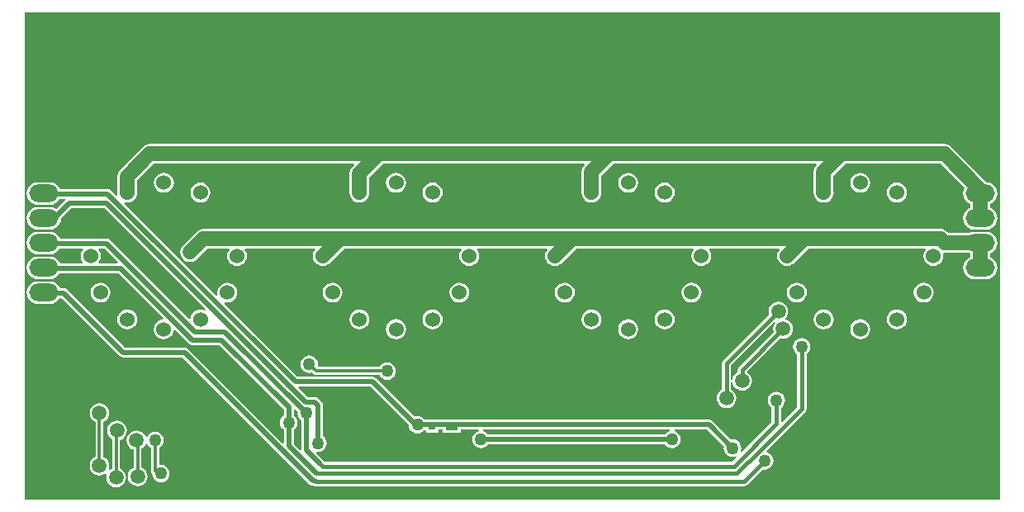
<source format=gtl>
G04*
G04 #@! TF.GenerationSoftware,Altium Limited,Altium Designer,18.0.9 (584)*
G04*
G04 Layer_Physical_Order=1*
G04 Layer_Color=255*
%FSLAX25Y25*%
%MOIN*%
G70*
G01*
G75*
%ADD18R,0.03150X0.03150*%
%ADD19R,0.05118X0.03543*%
%ADD20C,0.05906*%
%ADD21C,0.01968*%
%ADD22C,0.01772*%
%ADD23C,0.01181*%
%ADD24C,0.01575*%
%ADD25C,0.17717*%
%ADD26C,0.06000*%
%ADD27O,0.11811X0.07087*%
%ADD28C,0.05000*%
%ADD29C,0.05906*%
G36*
X393701Y0D02*
X0D01*
Y196850D01*
X393701D01*
Y0D01*
D02*
G37*
%LPC*%
G36*
X371413Y143597D02*
X371413Y143597D01*
X236221D01*
X236221Y143597D01*
X236220Y143597D01*
X143154D01*
X143154Y143597D01*
X143154Y143597D01*
X50634D01*
X50634Y143597D01*
X49602Y143461D01*
X48640Y143063D01*
X47815Y142429D01*
X47815Y142429D01*
X38716Y133331D01*
X38083Y132505D01*
X37684Y131544D01*
X37549Y130512D01*
X37549Y130512D01*
Y124378D01*
X37501Y124016D01*
X37632Y123023D01*
X37592Y122983D01*
X37039Y122908D01*
X34974Y124974D01*
X34317Y125412D01*
X33543Y125566D01*
X14348D01*
X14205Y125913D01*
X13477Y126862D01*
X12528Y127591D01*
X11422Y128048D01*
X10236Y128205D01*
X5512D01*
X4326Y128048D01*
X3221Y127591D01*
X2272Y126862D01*
X1543Y125913D01*
X1085Y124808D01*
X929Y123622D01*
X1085Y122436D01*
X1543Y121331D01*
X2272Y120382D01*
X3221Y119653D01*
X4326Y119196D01*
X5512Y119040D01*
X10236D01*
X11422Y119196D01*
X12528Y119653D01*
X13477Y120382D01*
X14205Y121331D01*
X14283Y121520D01*
X16449D01*
X16584Y121020D01*
X12882Y117318D01*
X12528Y117591D01*
X11422Y118048D01*
X10236Y118204D01*
X5512D01*
X4326Y118048D01*
X3221Y117591D01*
X2272Y116862D01*
X1543Y115913D01*
X1085Y114808D01*
X929Y113622D01*
X1085Y112436D01*
X1543Y111331D01*
X2272Y110382D01*
X3221Y109653D01*
X4326Y109196D01*
X5512Y109040D01*
X10236D01*
X11422Y109196D01*
X12528Y109653D01*
X13477Y110382D01*
X14205Y111331D01*
X14663Y112436D01*
X14805Y113519D01*
X18948Y117662D01*
X32366D01*
X73212Y76815D01*
X72929Y76391D01*
X72107Y76732D01*
X71063Y76869D01*
X70019Y76732D01*
X69046Y76329D01*
X68210Y75687D01*
X67569Y74852D01*
X67166Y73879D01*
X67066Y73117D01*
X66538Y72938D01*
X34501Y104974D01*
X33845Y105412D01*
X33071Y105566D01*
X14348D01*
X14205Y105913D01*
X13477Y106862D01*
X12528Y107591D01*
X11422Y108048D01*
X10236Y108204D01*
X5512D01*
X4326Y108048D01*
X3221Y107591D01*
X2272Y106862D01*
X1543Y105913D01*
X1085Y104808D01*
X929Y103622D01*
X1085Y102436D01*
X1543Y101331D01*
X2272Y100382D01*
X3221Y99654D01*
X4326Y99196D01*
X5512Y99040D01*
X10236D01*
X11422Y99196D01*
X12528Y99654D01*
X13477Y100382D01*
X14205Y101331D01*
X14283Y101520D01*
X23474D01*
X23721Y101020D01*
X23278Y100443D01*
X22875Y99469D01*
X22737Y98425D01*
X22875Y97381D01*
X23278Y96408D01*
X23618Y95964D01*
X23372Y95464D01*
X14391D01*
X14205Y95913D01*
X13477Y96862D01*
X12528Y97591D01*
X11422Y98048D01*
X10236Y98204D01*
X5512D01*
X4326Y98048D01*
X3221Y97591D01*
X2272Y96862D01*
X1543Y95913D01*
X1085Y94808D01*
X929Y93622D01*
X1085Y92436D01*
X1543Y91331D01*
X2272Y90382D01*
X3221Y89653D01*
X4326Y89196D01*
X5512Y89039D01*
X10236D01*
X11422Y89196D01*
X12528Y89653D01*
X13477Y90382D01*
X14205Y91331D01*
X14241Y91418D01*
X38004D01*
X56022Y73400D01*
X55843Y72872D01*
X55255Y72795D01*
X54282Y72392D01*
X53446Y71750D01*
X52805Y70915D01*
X52402Y69942D01*
X52265Y68898D01*
X52402Y67853D01*
X52805Y66880D01*
X53446Y66045D01*
X54282Y65404D01*
X55255Y65001D01*
X56299Y64863D01*
X57343Y65001D01*
X58316Y65404D01*
X59152Y66045D01*
X59793Y66880D01*
X60196Y67853D01*
X60274Y68441D01*
X60802Y68621D01*
X66286Y63136D01*
X66942Y62698D01*
X67716Y62544D01*
X78690D01*
X104670Y36564D01*
Y33962D01*
X104197Y33599D01*
X103636Y32868D01*
X103283Y32016D01*
X103163Y31102D01*
X103283Y30189D01*
X103636Y29337D01*
X104197Y28606D01*
X104670Y28243D01*
Y22993D01*
X104208Y22802D01*
X66130Y60879D01*
X65474Y61318D01*
X64700Y61472D01*
X40602D01*
X17100Y84974D01*
X16443Y85412D01*
X15669Y85566D01*
X14348D01*
X14205Y85913D01*
X13477Y86862D01*
X12528Y87591D01*
X11422Y88048D01*
X10236Y88204D01*
X5512D01*
X4326Y88048D01*
X3221Y87591D01*
X2272Y86862D01*
X1543Y85913D01*
X1085Y84808D01*
X929Y83622D01*
X1085Y82436D01*
X1543Y81331D01*
X2272Y80382D01*
X3221Y79654D01*
X4326Y79196D01*
X5512Y79040D01*
X10236D01*
X11422Y79196D01*
X12528Y79654D01*
X13477Y80382D01*
X14205Y81331D01*
X14283Y81520D01*
X14831D01*
X38333Y58018D01*
X38990Y57580D01*
X39764Y57426D01*
X63862D01*
X115056Y6231D01*
X115713Y5792D01*
X116487Y5638D01*
X116508D01*
X116549Y5611D01*
X117323Y5457D01*
X117827Y5557D01*
X290551D01*
X291287Y5704D01*
X291911Y6121D01*
X298102Y12312D01*
X298819Y12218D01*
X299733Y12338D01*
X300584Y12691D01*
X301315Y13252D01*
X301876Y13983D01*
X302229Y14834D01*
X302349Y15748D01*
X302229Y16662D01*
X301876Y17513D01*
X301315Y18244D01*
X300584Y18805D01*
X299733Y19158D01*
X299683Y19164D01*
X299522Y19638D01*
X315139Y35255D01*
X315556Y35878D01*
X315702Y36614D01*
Y58875D01*
X316276Y59315D01*
X316837Y60046D01*
X317189Y60897D01*
X317310Y61811D01*
X317189Y62725D01*
X316837Y63576D01*
X316276Y64307D01*
X315545Y64868D01*
X314693Y65221D01*
X313779Y65341D01*
X312866Y65221D01*
X312014Y64868D01*
X311283Y64307D01*
X310722Y63576D01*
X310370Y62725D01*
X310249Y61811D01*
X310370Y60897D01*
X310722Y60046D01*
X311283Y59315D01*
X311857Y58875D01*
Y37411D01*
X305927Y31481D01*
X305466Y31673D01*
Y37221D01*
X306039Y37661D01*
X306600Y38392D01*
X306953Y39244D01*
X307073Y40157D01*
X306953Y41071D01*
X306600Y41923D01*
X306039Y42654D01*
X305308Y43215D01*
X304456Y43567D01*
X303543Y43688D01*
X302629Y43567D01*
X301778Y43215D01*
X301046Y42654D01*
X300485Y41923D01*
X300133Y41071D01*
X300012Y40157D01*
X300133Y39244D01*
X300485Y38392D01*
X301046Y37661D01*
X301620Y37221D01*
Y31391D01*
X289492Y19263D01*
X289068Y19546D01*
X289237Y19952D01*
X289357Y20866D01*
X289237Y21780D01*
X288884Y22631D01*
X288323Y23362D01*
X287592Y23923D01*
X286740Y24276D01*
X285827Y24396D01*
X285236Y24318D01*
X277809Y31745D01*
X277152Y32184D01*
X276378Y32338D01*
X176000D01*
Y32496D01*
X168882D01*
Y32338D01*
X161520D01*
X161157Y32811D01*
X160426Y33372D01*
X159575Y33725D01*
X158661Y33845D01*
X157747Y33725D01*
X157449Y33601D01*
X141982Y49068D01*
X141325Y49507D01*
X140551Y49661D01*
X110287D01*
X80783Y79165D01*
X80857Y79718D01*
X80897Y79758D01*
X81890Y79627D01*
X82934Y79764D01*
X83907Y80167D01*
X84743Y80809D01*
X85384Y81644D01*
X85787Y82617D01*
X85924Y83661D01*
X85787Y84706D01*
X85384Y85679D01*
X84743Y86514D01*
X83907Y87155D01*
X82934Y87559D01*
X81890Y87696D01*
X80846Y87559D01*
X79873Y87155D01*
X79037Y86514D01*
X78396Y85679D01*
X77993Y84706D01*
X77855Y83661D01*
X77986Y82669D01*
X77947Y82629D01*
X77394Y82554D01*
X40428Y119520D01*
X40503Y120073D01*
X40543Y120112D01*
X41535Y119981D01*
X42580Y120119D01*
X43553Y120522D01*
X44388Y121163D01*
X45029Y121999D01*
X45432Y122971D01*
X45570Y124016D01*
X45522Y124378D01*
Y128860D01*
X52285Y135623D01*
X132875D01*
X133066Y135161D01*
X132417Y134512D01*
X131783Y133686D01*
X131385Y132725D01*
X131249Y131693D01*
X131249Y131693D01*
Y124378D01*
X131202Y124016D01*
X131339Y122971D01*
X131742Y121999D01*
X132383Y121163D01*
X133219Y120522D01*
X134192Y120119D01*
X135236Y119981D01*
X136280Y120119D01*
X137253Y120522D01*
X138089Y121163D01*
X138730Y121999D01*
X139133Y122971D01*
X139271Y124016D01*
X139223Y124378D01*
Y130042D01*
X144805Y135623D01*
X225942D01*
X226070Y135314D01*
X226101Y135123D01*
X225484Y134320D01*
X225086Y133359D01*
X224950Y132327D01*
X224950Y132327D01*
Y124378D01*
X224903Y124016D01*
X225040Y122971D01*
X225443Y121999D01*
X226084Y121163D01*
X226920Y120522D01*
X227893Y120119D01*
X228937Y119981D01*
X229981Y120119D01*
X230954Y120522D01*
X231790Y121163D01*
X232431Y121999D01*
X232834Y122971D01*
X232972Y124016D01*
X232924Y124378D01*
Y130675D01*
X237872Y135623D01*
X319456D01*
X319684Y135123D01*
X319185Y134474D01*
X318787Y133512D01*
X318651Y132480D01*
X318651Y132480D01*
Y124378D01*
X318603Y124016D01*
X318741Y122971D01*
X319144Y121999D01*
X319785Y121163D01*
X320620Y120522D01*
X321594Y120119D01*
X322638Y119981D01*
X323682Y120119D01*
X324655Y120522D01*
X325491Y121163D01*
X326132Y121999D01*
X326535Y122971D01*
X326672Y124016D01*
X326625Y124378D01*
Y130829D01*
X331419Y135623D01*
X369762D01*
X379489Y125896D01*
X379038Y124808D01*
X378882Y123622D01*
X379038Y122436D01*
X379496Y121331D01*
X380224Y120382D01*
X381173Y119653D01*
X381840Y119377D01*
Y117867D01*
X381173Y117591D01*
X380224Y116862D01*
X379496Y115913D01*
X379038Y114808D01*
X378882Y113622D01*
X379038Y112436D01*
X379496Y111331D01*
X380224Y110382D01*
X381173Y109653D01*
X382278Y109196D01*
X383465Y109040D01*
X388189D01*
X389375Y109196D01*
X390480Y109653D01*
X391429Y110382D01*
X392158Y111331D01*
X392615Y112436D01*
X392772Y113622D01*
X392615Y114808D01*
X392158Y115913D01*
X391429Y116862D01*
X390480Y117591D01*
X389814Y117867D01*
Y119377D01*
X390480Y119653D01*
X391429Y120382D01*
X392158Y121331D01*
X392615Y122436D01*
X392772Y123622D01*
X392615Y124808D01*
X392158Y125913D01*
X391429Y126862D01*
X390480Y127591D01*
X389375Y128048D01*
X388498Y128164D01*
X374233Y142429D01*
X373407Y143063D01*
X372445Y143461D01*
X372325Y143477D01*
X371413Y143597D01*
D02*
G37*
G36*
X337402Y131987D02*
X336357Y131850D01*
X335384Y131447D01*
X334549Y130806D01*
X333908Y129970D01*
X333505Y128997D01*
X333367Y127953D01*
X333505Y126909D01*
X333908Y125935D01*
X334549Y125100D01*
X335384Y124459D01*
X336357Y124056D01*
X337402Y123918D01*
X338446Y124056D01*
X339419Y124459D01*
X340254Y125100D01*
X340896Y125935D01*
X341299Y126909D01*
X341436Y127953D01*
X341299Y128997D01*
X340896Y129970D01*
X340254Y130806D01*
X339419Y131447D01*
X338446Y131850D01*
X337402Y131987D01*
D02*
G37*
G36*
X243701D02*
X242657Y131850D01*
X241684Y131447D01*
X240848Y130806D01*
X240207Y129970D01*
X239804Y128997D01*
X239666Y127953D01*
X239804Y126909D01*
X240207Y125935D01*
X240848Y125100D01*
X241684Y124459D01*
X242657Y124056D01*
X243701Y123918D01*
X244745Y124056D01*
X245718Y124459D01*
X246554Y125100D01*
X247195Y125935D01*
X247598Y126909D01*
X247735Y127953D01*
X247598Y128997D01*
X247195Y129970D01*
X246554Y130806D01*
X245718Y131447D01*
X244745Y131850D01*
X243701Y131987D01*
D02*
G37*
G36*
X150000D02*
X148956Y131850D01*
X147983Y131447D01*
X147147Y130806D01*
X146506Y129970D01*
X146103Y128997D01*
X145966Y127953D01*
X146103Y126909D01*
X146506Y125935D01*
X147147Y125100D01*
X147983Y124459D01*
X148956Y124056D01*
X150000Y123918D01*
X151044Y124056D01*
X152017Y124459D01*
X152853Y125100D01*
X153494Y125935D01*
X153897Y126909D01*
X154034Y127953D01*
X153897Y128997D01*
X153494Y129970D01*
X152853Y130806D01*
X152017Y131447D01*
X151044Y131850D01*
X150000Y131987D01*
D02*
G37*
G36*
X56299D02*
X55255Y131850D01*
X54282Y131447D01*
X53446Y130806D01*
X52805Y129970D01*
X52402Y128997D01*
X52265Y127953D01*
X52402Y126909D01*
X52805Y125935D01*
X53446Y125100D01*
X54282Y124459D01*
X55255Y124056D01*
X56299Y123918D01*
X57343Y124056D01*
X58316Y124459D01*
X59152Y125100D01*
X59793Y125935D01*
X60196Y126909D01*
X60334Y127953D01*
X60196Y128997D01*
X59793Y129970D01*
X59152Y130806D01*
X58316Y131447D01*
X57343Y131850D01*
X56299Y131987D01*
D02*
G37*
G36*
X352165Y128050D02*
X351121Y127913D01*
X350148Y127510D01*
X349312Y126869D01*
X348671Y126033D01*
X348268Y125060D01*
X348131Y124016D01*
X348268Y122971D01*
X348671Y121999D01*
X349312Y121163D01*
X350148Y120522D01*
X351121Y120119D01*
X352165Y119981D01*
X353210Y120119D01*
X354183Y120522D01*
X355018Y121163D01*
X355659Y121999D01*
X356062Y122971D01*
X356200Y124016D01*
X356062Y125060D01*
X355659Y126033D01*
X355018Y126869D01*
X354183Y127510D01*
X353210Y127913D01*
X352165Y128050D01*
D02*
G37*
G36*
X258465D02*
X257420Y127913D01*
X256447Y127510D01*
X255612Y126869D01*
X254971Y126033D01*
X254568Y125060D01*
X254430Y124016D01*
X254568Y122971D01*
X254971Y121999D01*
X255612Y121163D01*
X256447Y120522D01*
X257420Y120119D01*
X258465Y119981D01*
X259509Y120119D01*
X260482Y120522D01*
X261317Y121163D01*
X261959Y121999D01*
X262362Y122971D01*
X262499Y124016D01*
X262362Y125060D01*
X261959Y126033D01*
X261317Y126869D01*
X260482Y127510D01*
X259509Y127913D01*
X258465Y128050D01*
D02*
G37*
G36*
X164764D02*
X163720Y127913D01*
X162747Y127510D01*
X161911Y126869D01*
X161270Y126033D01*
X160867Y125060D01*
X160729Y124016D01*
X160867Y122971D01*
X161270Y121999D01*
X161911Y121163D01*
X162747Y120522D01*
X163720Y120119D01*
X164764Y119981D01*
X165808Y120119D01*
X166781Y120522D01*
X167617Y121163D01*
X168258Y121999D01*
X168661Y122971D01*
X168798Y124016D01*
X168661Y125060D01*
X168258Y126033D01*
X167617Y126869D01*
X166781Y127510D01*
X165808Y127913D01*
X164764Y128050D01*
D02*
G37*
G36*
X71063D02*
X70019Y127913D01*
X69046Y127510D01*
X68210Y126869D01*
X67569Y126033D01*
X67166Y125060D01*
X67028Y124016D01*
X67166Y122971D01*
X67569Y121999D01*
X68210Y121163D01*
X69046Y120522D01*
X70019Y120119D01*
X71063Y119981D01*
X72107Y120119D01*
X73080Y120522D01*
X73916Y121163D01*
X74557Y121999D01*
X74960Y122971D01*
X75098Y124016D01*
X74960Y125060D01*
X74557Y126033D01*
X73916Y126869D01*
X73080Y127510D01*
X72107Y127913D01*
X71063Y128050D01*
D02*
G37*
G36*
X369809Y109365D02*
X369809Y109365D01*
X314827D01*
X314827Y109365D01*
X314827Y109365D01*
X221126D01*
X221126Y109365D01*
X221126Y109365D01*
X127425D01*
X127425Y109365D01*
X127425Y109365D01*
X72307D01*
X71275Y109229D01*
X70314Y108831D01*
X69488Y108197D01*
X69488Y108197D01*
X64110Y102819D01*
X63476Y101993D01*
X63078Y101032D01*
X62942Y100000D01*
X63078Y98968D01*
X63476Y98007D01*
X64110Y97181D01*
X64936Y96547D01*
X65897Y96149D01*
X66929Y96013D01*
X67961Y96149D01*
X68923Y96547D01*
X69748Y97181D01*
X73958Y101391D01*
X82430D01*
X82677Y100891D01*
X82333Y100443D01*
X81930Y99469D01*
X81792Y98425D01*
X81930Y97381D01*
X82333Y96408D01*
X82974Y95572D01*
X83810Y94931D01*
X84783Y94528D01*
X85827Y94391D01*
X86871Y94528D01*
X87844Y94931D01*
X88680Y95572D01*
X89321Y96408D01*
X89724Y97381D01*
X89861Y98425D01*
X89724Y99469D01*
X89321Y100443D01*
X88977Y100891D01*
X89223Y101391D01*
X117076D01*
X117323Y100891D01*
X116978Y100443D01*
X116575Y99469D01*
X116438Y98425D01*
X116575Y97381D01*
X116978Y96408D01*
X117620Y95572D01*
X118455Y94931D01*
X119428Y94528D01*
X120472Y94391D01*
X121517Y94528D01*
X122490Y94931D01*
X123325Y95572D01*
X123548Y95862D01*
X129077Y101391D01*
X176131D01*
X176378Y100891D01*
X176034Y100443D01*
X175630Y99469D01*
X175493Y98425D01*
X175630Y97381D01*
X176034Y96408D01*
X176675Y95572D01*
X177510Y94931D01*
X178483Y94528D01*
X179528Y94391D01*
X180572Y94528D01*
X181545Y94931D01*
X182380Y95572D01*
X183022Y96408D01*
X183425Y97381D01*
X183562Y98425D01*
X183425Y99469D01*
X183022Y100443D01*
X182677Y100891D01*
X182924Y101391D01*
X210777D01*
X211023Y100891D01*
X210679Y100443D01*
X210276Y99469D01*
X210139Y98425D01*
X210276Y97381D01*
X210679Y96408D01*
X211320Y95572D01*
X212156Y94931D01*
X213129Y94528D01*
X214173Y94391D01*
X215217Y94528D01*
X216191Y94931D01*
X217026Y95572D01*
X217248Y95862D01*
X222777Y101391D01*
X269832D01*
X270079Y100891D01*
X269734Y100443D01*
X269331Y99469D01*
X269194Y98425D01*
X269331Y97381D01*
X269734Y96408D01*
X270375Y95572D01*
X271211Y94931D01*
X272184Y94528D01*
X273228Y94391D01*
X274273Y94528D01*
X275246Y94931D01*
X276081Y95572D01*
X276722Y96408D01*
X277125Y97381D01*
X277263Y98425D01*
X277125Y99469D01*
X276722Y100443D01*
X276378Y100891D01*
X276625Y101391D01*
X304478D01*
X304724Y100891D01*
X304380Y100443D01*
X303977Y99469D01*
X303839Y98425D01*
X303977Y97381D01*
X304380Y96408D01*
X305021Y95572D01*
X305857Y94931D01*
X306830Y94528D01*
X307874Y94391D01*
X308918Y94528D01*
X309891Y94931D01*
X310727Y95572D01*
X310949Y95862D01*
X316478Y101391D01*
X363533D01*
X363779Y100891D01*
X363435Y100443D01*
X363032Y99469D01*
X362895Y98425D01*
X363032Y97381D01*
X363435Y96408D01*
X364076Y95572D01*
X364912Y94931D01*
X365885Y94528D01*
X366929Y94391D01*
X367973Y94528D01*
X368946Y94931D01*
X369782Y95572D01*
X370423Y96408D01*
X370826Y97381D01*
X370964Y98425D01*
X370859Y99224D01*
X371239Y99678D01*
X371565Y99635D01*
X381218D01*
X381840Y99377D01*
Y97867D01*
X381173Y97591D01*
X380224Y96862D01*
X379496Y95913D01*
X379038Y94808D01*
X378882Y93622D01*
X379038Y92436D01*
X379496Y91331D01*
X380224Y90382D01*
X381173Y89653D01*
X382278Y89196D01*
X383465Y89039D01*
X388189D01*
X389375Y89196D01*
X390480Y89653D01*
X391429Y90382D01*
X392158Y91331D01*
X392615Y92436D01*
X392772Y93622D01*
X392615Y94808D01*
X392158Y95913D01*
X391429Y96862D01*
X390480Y97591D01*
X389814Y97867D01*
Y99377D01*
X390480Y99654D01*
X391429Y100382D01*
X392158Y101331D01*
X392615Y102436D01*
X392772Y103622D01*
X392615Y104808D01*
X392158Y105913D01*
X391429Y106862D01*
X390480Y107591D01*
X389375Y108048D01*
X388189Y108204D01*
X383465D01*
X382278Y108048D01*
X381218Y107609D01*
X373216D01*
X372628Y108197D01*
X371802Y108831D01*
X370841Y109229D01*
X370721Y109245D01*
X369809Y109365D01*
D02*
G37*
G36*
X362992Y87696D02*
X361948Y87559D01*
X360975Y87155D01*
X360139Y86514D01*
X359498Y85679D01*
X359095Y84706D01*
X358958Y83661D01*
X359095Y82617D01*
X359498Y81644D01*
X360139Y80809D01*
X360975Y80167D01*
X361948Y79764D01*
X362992Y79627D01*
X364036Y79764D01*
X365009Y80167D01*
X365845Y80809D01*
X366486Y81644D01*
X366889Y82617D01*
X367027Y83661D01*
X366889Y84706D01*
X366486Y85679D01*
X365845Y86514D01*
X365009Y87155D01*
X364036Y87559D01*
X362992Y87696D01*
D02*
G37*
G36*
X311811D02*
X310767Y87559D01*
X309794Y87155D01*
X308958Y86514D01*
X308317Y85679D01*
X307914Y84706D01*
X307776Y83661D01*
X307914Y82617D01*
X308317Y81644D01*
X308958Y80809D01*
X309794Y80167D01*
X310767Y79764D01*
X311811Y79627D01*
X312855Y79764D01*
X313828Y80167D01*
X314664Y80809D01*
X315305Y81644D01*
X315708Y82617D01*
X315845Y83661D01*
X315708Y84706D01*
X315305Y85679D01*
X314664Y86514D01*
X313828Y87155D01*
X312855Y87559D01*
X311811Y87696D01*
D02*
G37*
G36*
X269291D02*
X268247Y87559D01*
X267274Y87155D01*
X266439Y86514D01*
X265797Y85679D01*
X265394Y84706D01*
X265257Y83661D01*
X265394Y82617D01*
X265797Y81644D01*
X266439Y80809D01*
X267274Y80167D01*
X268247Y79764D01*
X269291Y79627D01*
X270336Y79764D01*
X271309Y80167D01*
X272144Y80809D01*
X272785Y81644D01*
X273188Y82617D01*
X273326Y83661D01*
X273188Y84706D01*
X272785Y85679D01*
X272144Y86514D01*
X271309Y87155D01*
X270336Y87559D01*
X269291Y87696D01*
D02*
G37*
G36*
X218110D02*
X217066Y87559D01*
X216093Y87155D01*
X215257Y86514D01*
X214616Y85679D01*
X214213Y84706D01*
X214076Y83661D01*
X214213Y82617D01*
X214616Y81644D01*
X215257Y80809D01*
X216093Y80167D01*
X217066Y79764D01*
X218110Y79627D01*
X219154Y79764D01*
X220128Y80167D01*
X220963Y80809D01*
X221604Y81644D01*
X222007Y82617D01*
X222145Y83661D01*
X222007Y84706D01*
X221604Y85679D01*
X220963Y86514D01*
X220128Y87155D01*
X219154Y87559D01*
X218110Y87696D01*
D02*
G37*
G36*
X175591D02*
X174546Y87559D01*
X173573Y87155D01*
X172738Y86514D01*
X172097Y85679D01*
X171694Y84706D01*
X171556Y83661D01*
X171694Y82617D01*
X172097Y81644D01*
X172738Y80809D01*
X173573Y80167D01*
X174546Y79764D01*
X175591Y79627D01*
X176635Y79764D01*
X177608Y80167D01*
X178443Y80809D01*
X179085Y81644D01*
X179488Y82617D01*
X179625Y83661D01*
X179488Y84706D01*
X179085Y85679D01*
X178443Y86514D01*
X177608Y87155D01*
X176635Y87559D01*
X175591Y87696D01*
D02*
G37*
G36*
X124409D02*
X123365Y87559D01*
X122392Y87155D01*
X121557Y86514D01*
X120915Y85679D01*
X120512Y84706D01*
X120375Y83661D01*
X120512Y82617D01*
X120915Y81644D01*
X121557Y80809D01*
X122392Y80167D01*
X123365Y79764D01*
X124409Y79627D01*
X125454Y79764D01*
X126427Y80167D01*
X127262Y80809D01*
X127903Y81644D01*
X128306Y82617D01*
X128444Y83661D01*
X128306Y84706D01*
X127903Y85679D01*
X127262Y86514D01*
X126427Y87155D01*
X125454Y87559D01*
X124409Y87696D01*
D02*
G37*
G36*
X30709D02*
X29664Y87559D01*
X28691Y87155D01*
X27856Y86514D01*
X27215Y85679D01*
X26812Y84706D01*
X26674Y83661D01*
X26812Y82617D01*
X27215Y81644D01*
X27856Y80809D01*
X28691Y80167D01*
X29664Y79764D01*
X30709Y79627D01*
X31753Y79764D01*
X32726Y80167D01*
X33562Y80809D01*
X34203Y81644D01*
X34606Y82617D01*
X34743Y83661D01*
X34606Y84706D01*
X34203Y85679D01*
X33562Y86514D01*
X32726Y87155D01*
X31753Y87559D01*
X30709Y87696D01*
D02*
G37*
G36*
X352165Y76869D02*
X351121Y76732D01*
X350148Y76329D01*
X349312Y75687D01*
X348671Y74852D01*
X348268Y73879D01*
X348131Y72835D01*
X348268Y71790D01*
X348671Y70817D01*
X349312Y69982D01*
X350148Y69341D01*
X351121Y68938D01*
X352165Y68800D01*
X353210Y68938D01*
X354183Y69341D01*
X355018Y69982D01*
X355659Y70817D01*
X356062Y71790D01*
X356200Y72835D01*
X356062Y73879D01*
X355659Y74852D01*
X355018Y75687D01*
X354183Y76329D01*
X353210Y76732D01*
X352165Y76869D01*
D02*
G37*
G36*
X322638D02*
X321594Y76732D01*
X320620Y76329D01*
X319785Y75687D01*
X319144Y74852D01*
X318741Y73879D01*
X318603Y72835D01*
X318741Y71790D01*
X319144Y70817D01*
X319785Y69982D01*
X320620Y69341D01*
X321594Y68938D01*
X322638Y68800D01*
X323682Y68938D01*
X324655Y69341D01*
X325491Y69982D01*
X326132Y70817D01*
X326535Y71790D01*
X326672Y72835D01*
X326535Y73879D01*
X326132Y74852D01*
X325491Y75687D01*
X324655Y76329D01*
X323682Y76732D01*
X322638Y76869D01*
D02*
G37*
G36*
X258465D02*
X257420Y76732D01*
X256447Y76329D01*
X255612Y75687D01*
X254971Y74852D01*
X254568Y73879D01*
X254430Y72835D01*
X254568Y71790D01*
X254971Y70817D01*
X255612Y69982D01*
X256447Y69341D01*
X257420Y68938D01*
X258465Y68800D01*
X259509Y68938D01*
X260482Y69341D01*
X261317Y69982D01*
X261959Y70817D01*
X262362Y71790D01*
X262499Y72835D01*
X262362Y73879D01*
X261959Y74852D01*
X261317Y75687D01*
X260482Y76329D01*
X259509Y76732D01*
X258465Y76869D01*
D02*
G37*
G36*
X228937D02*
X227893Y76732D01*
X226920Y76329D01*
X226084Y75687D01*
X225443Y74852D01*
X225040Y73879D01*
X224903Y72835D01*
X225040Y71790D01*
X225443Y70817D01*
X226084Y69982D01*
X226920Y69341D01*
X227893Y68938D01*
X228937Y68800D01*
X229981Y68938D01*
X230954Y69341D01*
X231790Y69982D01*
X232431Y70817D01*
X232834Y71790D01*
X232972Y72835D01*
X232834Y73879D01*
X232431Y74852D01*
X231790Y75687D01*
X230954Y76329D01*
X229981Y76732D01*
X228937Y76869D01*
D02*
G37*
G36*
X164764D02*
X163720Y76732D01*
X162747Y76329D01*
X161911Y75687D01*
X161270Y74852D01*
X160867Y73879D01*
X160729Y72835D01*
X160867Y71790D01*
X161270Y70817D01*
X161911Y69982D01*
X162747Y69341D01*
X163720Y68938D01*
X164764Y68800D01*
X165808Y68938D01*
X166781Y69341D01*
X167617Y69982D01*
X168258Y70817D01*
X168661Y71790D01*
X168798Y72835D01*
X168661Y73879D01*
X168258Y74852D01*
X167617Y75687D01*
X166781Y76329D01*
X165808Y76732D01*
X164764Y76869D01*
D02*
G37*
G36*
X135236D02*
X134192Y76732D01*
X133219Y76329D01*
X132383Y75687D01*
X131742Y74852D01*
X131339Y73879D01*
X131202Y72835D01*
X131339Y71790D01*
X131742Y70817D01*
X132383Y69982D01*
X133219Y69341D01*
X134192Y68938D01*
X135236Y68800D01*
X136280Y68938D01*
X137253Y69341D01*
X138089Y69982D01*
X138730Y70817D01*
X139133Y71790D01*
X139271Y72835D01*
X139133Y73879D01*
X138730Y74852D01*
X138089Y75687D01*
X137253Y76329D01*
X136280Y76732D01*
X135236Y76869D01*
D02*
G37*
G36*
X41535D02*
X40491Y76732D01*
X39518Y76329D01*
X38683Y75687D01*
X38041Y74852D01*
X37638Y73879D01*
X37501Y72835D01*
X37638Y71790D01*
X38041Y70817D01*
X38683Y69982D01*
X39518Y69341D01*
X40491Y68938D01*
X41535Y68800D01*
X42580Y68938D01*
X43553Y69341D01*
X44388Y69982D01*
X45029Y70817D01*
X45432Y71790D01*
X45570Y72835D01*
X45432Y73879D01*
X45029Y74852D01*
X44388Y75687D01*
X43553Y76329D01*
X42580Y76732D01*
X41535Y76869D01*
D02*
G37*
G36*
X304331Y79971D02*
X303299Y79835D01*
X302337Y79437D01*
X301512Y78803D01*
X300878Y77978D01*
X300480Y77016D01*
X300344Y75984D01*
X300480Y74952D01*
X300551Y74781D01*
X282176Y56407D01*
X281781Y55816D01*
X281642Y55118D01*
X281642Y55118D01*
Y44468D01*
X281471Y44398D01*
X280645Y43764D01*
X280012Y42938D01*
X279614Y41977D01*
X279478Y40945D01*
X279614Y39913D01*
X280012Y38951D01*
X280645Y38126D01*
X281471Y37492D01*
X282433Y37094D01*
X283465Y36958D01*
X284496Y37094D01*
X285458Y37492D01*
X286284Y38126D01*
X286917Y38951D01*
X287316Y39913D01*
X287451Y40945D01*
X287316Y41977D01*
X286917Y42938D01*
X286284Y43764D01*
X285458Y44398D01*
X285287Y44468D01*
Y47644D01*
X285318Y47680D01*
X285559Y47660D01*
X285844Y47520D01*
X285912Y46999D01*
X286311Y46038D01*
X286944Y45212D01*
X287770Y44579D01*
X288731Y44180D01*
X289763Y44045D01*
X290795Y44180D01*
X291757Y44579D01*
X292582Y45212D01*
X293216Y46038D01*
X293614Y46999D01*
X293750Y48031D01*
X293614Y49063D01*
X293216Y50025D01*
X292582Y50850D01*
X291946Y51339D01*
X291851Y51875D01*
X291876Y51976D01*
X305096Y65196D01*
X305267Y65125D01*
X306299Y64990D01*
X307331Y65125D01*
X308293Y65524D01*
X309118Y66157D01*
X309752Y66983D01*
X310150Y67945D01*
X310286Y68976D01*
X310150Y70008D01*
X309752Y70970D01*
X309118Y71795D01*
X308293Y72429D01*
X307458Y72775D01*
X307404Y72844D01*
X307302Y73128D01*
X307283Y73338D01*
X307783Y73991D01*
X308182Y74952D01*
X308318Y75984D01*
X308182Y77016D01*
X307783Y77978D01*
X307150Y78803D01*
X306324Y79437D01*
X305363Y79835D01*
X304331Y79971D01*
D02*
G37*
G36*
X337402Y72932D02*
X336357Y72795D01*
X335384Y72392D01*
X334549Y71750D01*
X333908Y70915D01*
X333505Y69942D01*
X333367Y68898D01*
X333505Y67853D01*
X333908Y66880D01*
X334549Y66045D01*
X335384Y65404D01*
X336357Y65001D01*
X337402Y64863D01*
X338446Y65001D01*
X339419Y65404D01*
X340254Y66045D01*
X340896Y66880D01*
X341299Y67853D01*
X341436Y68898D01*
X341299Y69942D01*
X340896Y70915D01*
X340254Y71750D01*
X339419Y72392D01*
X338446Y72795D01*
X337402Y72932D01*
D02*
G37*
G36*
X243701D02*
X242657Y72795D01*
X241684Y72392D01*
X240848Y71750D01*
X240207Y70915D01*
X239804Y69942D01*
X239666Y68898D01*
X239804Y67853D01*
X240207Y66880D01*
X240848Y66045D01*
X241684Y65404D01*
X242657Y65001D01*
X243701Y64863D01*
X244745Y65001D01*
X245718Y65404D01*
X246554Y66045D01*
X247195Y66880D01*
X247598Y67853D01*
X247735Y68898D01*
X247598Y69942D01*
X247195Y70915D01*
X246554Y71750D01*
X245718Y72392D01*
X244745Y72795D01*
X243701Y72932D01*
D02*
G37*
G36*
X150000D02*
X148956Y72795D01*
X147983Y72392D01*
X147147Y71750D01*
X146506Y70915D01*
X146103Y69942D01*
X145966Y68898D01*
X146103Y67853D01*
X146506Y66880D01*
X147147Y66045D01*
X147983Y65404D01*
X148956Y65001D01*
X150000Y64863D01*
X151044Y65001D01*
X152017Y65404D01*
X152853Y66045D01*
X153494Y66880D01*
X153897Y67853D01*
X154034Y68898D01*
X153897Y69942D01*
X153494Y70915D01*
X152853Y71750D01*
X152017Y72392D01*
X151044Y72795D01*
X150000Y72932D01*
D02*
G37*
G36*
X114961Y58255D02*
X114047Y58134D01*
X113196Y57782D01*
X112464Y57221D01*
X111903Y56489D01*
X111551Y55638D01*
X111430Y54724D01*
X111551Y53811D01*
X111903Y52959D01*
X112464Y52228D01*
X113196Y51667D01*
X114047Y51315D01*
X114961Y51194D01*
X115874Y51315D01*
X116018Y51374D01*
X116570Y50822D01*
X117096Y50470D01*
X117717Y50347D01*
X143340D01*
X143400Y50203D01*
X143960Y49472D01*
X144692Y48911D01*
X145543Y48559D01*
X146457Y48438D01*
X147370Y48559D01*
X148222Y48911D01*
X148953Y49472D01*
X149514Y50203D01*
X149867Y51055D01*
X149987Y51968D01*
X149867Y52882D01*
X149514Y53734D01*
X148953Y54465D01*
X148222Y55026D01*
X147370Y55378D01*
X146457Y55499D01*
X145543Y55378D01*
X144692Y55026D01*
X143960Y54465D01*
X143400Y53734D01*
X143340Y53590D01*
X118820D01*
X118752Y53624D01*
X118407Y54090D01*
X118491Y54724D01*
X118370Y55638D01*
X118018Y56489D01*
X117457Y57221D01*
X116726Y57782D01*
X115874Y58134D01*
X114961Y58255D01*
D02*
G37*
G36*
X45276Y28003D02*
X44244Y27867D01*
X43282Y27468D01*
X42456Y26835D01*
X41823Y26009D01*
X41425Y25048D01*
X41289Y24016D01*
X41425Y22984D01*
X41823Y22022D01*
X42456Y21197D01*
X43282Y20563D01*
X44048Y20246D01*
Y13056D01*
X43676Y12901D01*
X42850Y12268D01*
X42217Y11442D01*
X41818Y10481D01*
X41682Y9449D01*
X41818Y8417D01*
X42217Y7455D01*
X42850Y6630D01*
X43676Y5996D01*
X44637Y5598D01*
X45669Y5462D01*
X46701Y5598D01*
X47663Y5996D01*
X48488Y6630D01*
X49122Y7455D01*
X49520Y8417D01*
X49656Y9449D01*
X49520Y10481D01*
X49122Y11442D01*
X48488Y12268D01*
X47663Y12901D01*
X47291Y13056D01*
Y20580D01*
X48095Y21197D01*
X48728Y22022D01*
X48990Y22655D01*
X49531D01*
X49699Y22251D01*
X50260Y21520D01*
X50991Y20958D01*
X51134Y20899D01*
Y11811D01*
X51258Y11190D01*
X51595Y10685D01*
X51588Y10630D01*
X51708Y9716D01*
X52061Y8865D01*
X52622Y8134D01*
X53353Y7573D01*
X54204Y7220D01*
X55118Y7100D01*
X56032Y7220D01*
X56883Y7573D01*
X57614Y8134D01*
X58175Y8865D01*
X58528Y9716D01*
X58648Y10630D01*
X58528Y11544D01*
X58175Y12395D01*
X57614Y13126D01*
X56883Y13687D01*
X56032Y14040D01*
X55118Y14160D01*
X54754Y14112D01*
X54378Y14442D01*
Y20899D01*
X54521Y20958D01*
X55252Y21520D01*
X55813Y22251D01*
X56166Y23102D01*
X56286Y24016D01*
X56166Y24929D01*
X55813Y25781D01*
X55252Y26512D01*
X54521Y27073D01*
X53670Y27426D01*
X52756Y27546D01*
X51842Y27426D01*
X50991Y27073D01*
X50260Y26512D01*
X49699Y25781D01*
X49531Y25377D01*
X48990D01*
X48728Y26009D01*
X48095Y26835D01*
X47269Y27468D01*
X46308Y27867D01*
X45276Y28003D01*
D02*
G37*
G36*
X30315Y39026D02*
X29283Y38890D01*
X28321Y38492D01*
X27496Y37859D01*
X26862Y37033D01*
X26464Y36071D01*
X26328Y35039D01*
X26464Y34007D01*
X26862Y33046D01*
X27496Y32220D01*
X28321Y31587D01*
X28693Y31433D01*
Y17386D01*
X28321Y17232D01*
X27496Y16599D01*
X26862Y15773D01*
X26464Y14811D01*
X26328Y13780D01*
X26464Y12748D01*
X26862Y11786D01*
X27496Y10960D01*
X28321Y10327D01*
X29283Y9928D01*
X30315Y9793D01*
X31347Y9928D01*
X32308Y10327D01*
X32904Y10784D01*
X33315Y10469D01*
X33157Y10087D01*
X33021Y9055D01*
X33157Y8023D01*
X33555Y7062D01*
X34189Y6236D01*
X35014Y5602D01*
X35976Y5204D01*
X37008Y5068D01*
X38040Y5204D01*
X39001Y5602D01*
X39827Y6236D01*
X40461Y7062D01*
X40859Y8023D01*
X40995Y9055D01*
X40859Y10087D01*
X40461Y11049D01*
X39827Y11874D01*
X39001Y12508D01*
X38630Y12662D01*
Y24183D01*
X39395Y24500D01*
X40221Y25134D01*
X40854Y25959D01*
X41253Y26921D01*
X41388Y27953D01*
X41253Y28985D01*
X40854Y29946D01*
X40221Y30772D01*
X39395Y31405D01*
X38433Y31804D01*
X37402Y31940D01*
X36370Y31804D01*
X35408Y31405D01*
X34582Y30772D01*
X33949Y29946D01*
X33551Y28985D01*
X33415Y27953D01*
X33551Y26921D01*
X33949Y25959D01*
X34582Y25134D01*
X35386Y24517D01*
Y12662D01*
X35014Y12508D01*
X34418Y12050D01*
X34008Y12366D01*
X34166Y12748D01*
X34302Y13780D01*
X34166Y14811D01*
X33768Y15773D01*
X33134Y16599D01*
X32308Y17232D01*
X31937Y17386D01*
Y31433D01*
X32308Y31587D01*
X33134Y32220D01*
X33768Y33046D01*
X34166Y34007D01*
X34302Y35039D01*
X34166Y36071D01*
X33768Y37033D01*
X33134Y37859D01*
X32308Y38492D01*
X31347Y38890D01*
X30315Y39026D01*
D02*
G37*
%LPD*%
G36*
X37827Y95926D02*
X37636Y95464D01*
X30172D01*
X29925Y95964D01*
X30266Y96408D01*
X30669Y97381D01*
X30806Y98425D01*
X30669Y99469D01*
X30266Y100443D01*
X29822Y101020D01*
X30069Y101520D01*
X32233D01*
X37827Y95926D01*
D02*
G37*
G36*
X260504Y27819D02*
X259652Y27467D01*
X258921Y26906D01*
X258558Y26433D01*
X187111D01*
X186748Y26906D01*
X186017Y27467D01*
X185166Y27819D01*
X185271Y28292D01*
X260398D01*
X260504Y27819D01*
D02*
G37*
G36*
X110327Y35502D02*
X110249Y34911D01*
X110370Y33997D01*
X110722Y33146D01*
X111283Y32415D01*
X111756Y32052D01*
Y20158D01*
X111567Y20021D01*
X111276Y19932D01*
X108716Y22492D01*
Y28243D01*
X109189Y28606D01*
X109750Y29337D01*
X110103Y30189D01*
X110223Y31102D01*
X110103Y32016D01*
X109750Y32868D01*
X109189Y33599D01*
X108716Y33962D01*
Y36460D01*
X109178Y36651D01*
X110327Y35502D01*
D02*
G37*
G36*
X155149Y30179D02*
X155251Y29401D01*
X155604Y28550D01*
X156165Y27819D01*
X156896Y27258D01*
X157747Y26905D01*
X158661Y26785D01*
X159575Y26905D01*
X160426Y27258D01*
X161157Y27819D01*
X161262Y27955D01*
X161901Y27998D01*
X161992Y27909D01*
Y27150D01*
X167142D01*
Y28292D01*
X168882D01*
Y26953D01*
X176000D01*
Y28292D01*
X183233D01*
X183338Y27819D01*
X182487Y27467D01*
X181756Y26906D01*
X181195Y26175D01*
X180842Y25323D01*
X180722Y24409D01*
X180842Y23496D01*
X181195Y22644D01*
X181756Y21913D01*
X182487Y21352D01*
X183338Y21000D01*
X184252Y20879D01*
X185166Y21000D01*
X186017Y21352D01*
X186748Y21913D01*
X187111Y22386D01*
X258558D01*
X258921Y21913D01*
X259652Y21352D01*
X260504Y21000D01*
X261417Y20879D01*
X262331Y21000D01*
X263182Y21352D01*
X263913Y21913D01*
X264475Y22644D01*
X264827Y23496D01*
X264948Y24409D01*
X264827Y25323D01*
X264475Y26175D01*
X263913Y26906D01*
X263182Y27467D01*
X262331Y27819D01*
X262437Y28292D01*
X275540D01*
X282374Y21457D01*
X282297Y20866D01*
X282417Y19952D01*
X282769Y19101D01*
X283330Y18370D01*
X284062Y17809D01*
X284913Y17456D01*
X285827Y17336D01*
X286740Y17456D01*
X287147Y17625D01*
X287430Y17201D01*
X285554Y15324D01*
X121253D01*
X121204Y15373D01*
X120919Y15801D01*
X117831Y18889D01*
X118064Y19362D01*
X118504Y19304D01*
X119418Y19425D01*
X120269Y19777D01*
X121000Y20338D01*
X121561Y21070D01*
X121914Y21921D01*
X122034Y22835D01*
X121914Y23748D01*
X121561Y24600D01*
X121000Y25331D01*
X120527Y25694D01*
Y38189D01*
X120373Y38963D01*
X119934Y39619D01*
X118728Y40826D01*
X118072Y41264D01*
X117298Y41418D01*
X114331D01*
X110597Y45153D01*
X110788Y45615D01*
X139713D01*
X155149Y30179D01*
D02*
G37*
G36*
X302896Y71856D02*
X303086Y71519D01*
X303083Y71278D01*
X302847Y70970D01*
X302448Y70008D01*
X302312Y68976D01*
X302448Y67945D01*
X302519Y67773D01*
X288474Y53729D01*
X288080Y53138D01*
X287941Y52440D01*
X287941Y52440D01*
Y51555D01*
X287770Y51484D01*
X286944Y50850D01*
X286311Y50025D01*
X285912Y49063D01*
X285844Y48543D01*
X285559Y48403D01*
X285318Y48383D01*
X285287Y48419D01*
Y54363D01*
X302786Y71862D01*
X302896Y71856D01*
D02*
G37*
D18*
X164567Y35630D02*
D03*
Y29724D02*
D03*
D19*
X172441D02*
D03*
Y37205D02*
D03*
D20*
X236221Y139610D02*
X329768D01*
X143154D02*
X236221D01*
X228937Y132327D02*
X236221Y139610D01*
X228937Y124016D02*
Y132327D01*
X41535Y124016D02*
Y130512D01*
X50634Y139610D01*
X143154D01*
X135236Y124016D02*
Y131693D01*
X143154Y139610D01*
X322638Y124016D02*
Y132480D01*
X329768Y139610D01*
X371413D01*
X385827Y125197D01*
Y123622D02*
Y125197D01*
Y113622D02*
Y123622D01*
X66929Y100000D02*
X72307Y105378D01*
X127425D01*
X120472Y98425D02*
X127425Y105378D01*
X221126D01*
X214173Y98425D02*
X221126Y105378D01*
X314827D01*
X307874Y98425D02*
X314827Y105378D01*
X369809D01*
X371565Y103622D01*
X385827D01*
Y93622D02*
Y103622D01*
D21*
X33543Y123543D02*
X109449Y47638D01*
X33204Y119685D02*
X113493Y39395D01*
X7874Y123543D02*
X33543D01*
X18110Y119685D02*
X33204D01*
X33071Y103543D02*
X68764Y67850D01*
X7874Y103543D02*
X33071D01*
X7874Y93441D02*
X38842D01*
X118504Y22835D02*
Y38189D01*
X117298Y39395D02*
X118504Y38189D01*
X184252Y24409D02*
X261417D01*
X276378Y30315D02*
X285827Y20866D01*
X157874Y30315D02*
X158661D01*
X140551Y47638D02*
X157874Y30315D01*
X158661D02*
X276378D01*
X7874Y83543D02*
X15669D01*
X117142Y7661D02*
X117323Y7480D01*
X116487Y7661D02*
X117142D01*
X64700Y59449D02*
X116487Y7661D01*
X39764Y59449D02*
X64700D01*
X15669Y83543D02*
X39764Y59449D01*
X106693Y21654D02*
X117717Y10630D01*
X106693Y21654D02*
Y31102D01*
Y37402D01*
X79528Y64567D02*
X106693Y37402D01*
X67716Y64567D02*
X79528D01*
X38842Y93441D02*
X67716Y64567D01*
X7874Y93441D02*
Y93543D01*
X113779Y20079D02*
Y32677D01*
Y20079D02*
X119488Y14370D01*
X113493Y39395D02*
X117298D01*
X80840Y67850D02*
X113779Y34911D01*
X68764Y67850D02*
X80840D01*
X11969Y113543D02*
X18110Y119685D01*
X7874Y113543D02*
X11969D01*
X109449Y47638D02*
X140551D01*
D22*
X117323Y7480D02*
X290551D01*
X117717Y10630D02*
X287498D01*
X113779Y32677D02*
Y34911D01*
X119488Y14370D02*
X120457Y13402D01*
X297299Y20134D02*
X313779Y36614D01*
X297002Y20134D02*
X297299D01*
X313779Y36614D02*
Y61811D01*
X303543Y30594D02*
Y40157D01*
X286350Y13402D02*
X303543Y30594D01*
X120457Y13402D02*
X286350D01*
X287498Y10630D02*
X297002Y20134D01*
X290551Y7480D02*
X298819Y15748D01*
D23*
X114961Y54724D02*
X117717Y51968D01*
X146457D01*
X37008Y9055D02*
Y27953D01*
X53937Y10630D02*
X55118D01*
X52756Y11811D02*
X53937Y10630D01*
X52756Y11811D02*
Y24016D01*
X45276D02*
X45669Y23622D01*
Y9449D02*
Y23622D01*
X37008Y27953D02*
X37402D01*
X30315Y13780D02*
Y35039D01*
Y11417D02*
Y13780D01*
D24*
X283465Y55118D02*
X304331Y75984D01*
X283465Y40945D02*
Y55118D01*
X289763Y48031D02*
Y52440D01*
X289764Y52441D01*
X306299Y68976D01*
D25*
X377953Y181102D02*
D03*
Y15748D02*
D03*
X15748Y181102D02*
D03*
Y15748D02*
D03*
D26*
X366929Y98425D02*
D03*
X362992Y83661D02*
D03*
X352165Y72835D02*
D03*
X337402Y68898D02*
D03*
X322638Y72835D02*
D03*
X311811Y83661D02*
D03*
X307874Y98425D02*
D03*
X311811Y113189D02*
D03*
X322638Y124016D02*
D03*
X337402Y127953D02*
D03*
X352165Y124016D02*
D03*
X273228Y98425D02*
D03*
X269291Y83661D02*
D03*
X258465Y72835D02*
D03*
X243701Y68898D02*
D03*
X228937Y72835D02*
D03*
X218110Y83661D02*
D03*
X214173Y98425D02*
D03*
X218110Y113189D02*
D03*
X228937Y124016D02*
D03*
X243701Y127953D02*
D03*
X258465Y124016D02*
D03*
X179528Y98425D02*
D03*
X175591Y83661D02*
D03*
X164764Y72835D02*
D03*
X150000Y68898D02*
D03*
X135236Y72835D02*
D03*
X124409Y83661D02*
D03*
X120472Y98425D02*
D03*
X124409Y113189D02*
D03*
X135236Y124016D02*
D03*
X150000Y127953D02*
D03*
X164764Y124016D02*
D03*
X85827Y98425D02*
D03*
X81890Y83661D02*
D03*
X71063Y72835D02*
D03*
X56299Y68898D02*
D03*
X41535Y72835D02*
D03*
X30709Y83661D02*
D03*
X26772Y98425D02*
D03*
X30709Y113189D02*
D03*
X41535Y124016D02*
D03*
X56299Y127953D02*
D03*
X71063Y124016D02*
D03*
D27*
X385827Y103622D02*
D03*
Y113622D02*
D03*
Y123622D02*
D03*
Y93622D02*
D03*
Y73622D02*
D03*
Y83622D02*
D03*
X7874Y103622D02*
D03*
Y113622D02*
D03*
Y123622D02*
D03*
Y93622D02*
D03*
Y73622D02*
D03*
Y83622D02*
D03*
D28*
X37795Y146063D02*
D03*
X27953D02*
D03*
X23031Y136221D02*
D03*
X32874D02*
D03*
X18110Y146063D02*
D03*
X8268D02*
D03*
X72834Y96456D02*
D03*
X66929Y100000D02*
D03*
X382283Y165748D02*
D03*
X387205Y155905D02*
D03*
X382283Y146063D02*
D03*
X387205Y57480D02*
D03*
X382283Y47638D02*
D03*
X387205Y37795D02*
D03*
X382283Y27953D02*
D03*
X372441Y165748D02*
D03*
X377362Y155905D02*
D03*
X372441Y146063D02*
D03*
Y126378D02*
D03*
X377362Y77165D02*
D03*
Y57480D02*
D03*
Y37795D02*
D03*
X372441Y27953D02*
D03*
X362598Y185433D02*
D03*
Y165748D02*
D03*
X367520Y155905D02*
D03*
X362598Y146063D02*
D03*
Y126378D02*
D03*
X367520Y116535D02*
D03*
X362598Y8268D02*
D03*
X352756Y185433D02*
D03*
X357677Y175591D02*
D03*
X352756Y165748D02*
D03*
X357677Y155905D02*
D03*
X352756Y146063D02*
D03*
X357677Y116535D02*
D03*
Y18110D02*
D03*
X352756Y8268D02*
D03*
X342913Y185433D02*
D03*
X347835Y175591D02*
D03*
X342913Y165748D02*
D03*
X347835Y155905D02*
D03*
X342913Y146063D02*
D03*
X347835Y96850D02*
D03*
Y57480D02*
D03*
Y37795D02*
D03*
X342913Y8268D02*
D03*
X333071Y185433D02*
D03*
X337992Y175591D02*
D03*
X333071Y165748D02*
D03*
X337992Y155905D02*
D03*
X333071Y146063D02*
D03*
X337992Y116535D02*
D03*
Y96850D02*
D03*
Y57480D02*
D03*
X333071Y47638D02*
D03*
Y8268D02*
D03*
X323228Y185433D02*
D03*
X328150Y155905D02*
D03*
X323228Y146063D02*
D03*
X328150Y57480D02*
D03*
X313386Y185433D02*
D03*
X318307Y155905D02*
D03*
X313386Y146063D02*
D03*
Y126378D02*
D03*
X318307Y116535D02*
D03*
X303543Y185433D02*
D03*
X308465Y155905D02*
D03*
X303543Y146063D02*
D03*
Y126378D02*
D03*
X293701Y185433D02*
D03*
X298622Y155905D02*
D03*
X293701Y146063D02*
D03*
Y126378D02*
D03*
X298622Y116535D02*
D03*
X283858Y185433D02*
D03*
X288779Y155905D02*
D03*
X283858Y146063D02*
D03*
Y67323D02*
D03*
X274016Y185433D02*
D03*
X278937Y155905D02*
D03*
X274016Y146063D02*
D03*
Y126378D02*
D03*
X278937Y116535D02*
D03*
Y77165D02*
D03*
X274016Y67323D02*
D03*
X264173Y185433D02*
D03*
Y165748D02*
D03*
X269094Y155905D02*
D03*
X264173Y146063D02*
D03*
X269094Y116535D02*
D03*
X254331Y185433D02*
D03*
X259252Y175591D02*
D03*
X254331Y165748D02*
D03*
X259252Y155905D02*
D03*
X254331Y146063D02*
D03*
X259252Y116535D02*
D03*
Y96850D02*
D03*
X254331Y67323D02*
D03*
Y47638D02*
D03*
X244488Y185433D02*
D03*
X249410Y175591D02*
D03*
X244488Y165748D02*
D03*
X249410Y155905D02*
D03*
X244488Y146063D02*
D03*
X249410Y116535D02*
D03*
Y96850D02*
D03*
Y57480D02*
D03*
X244488Y47638D02*
D03*
X249410Y37795D02*
D03*
Y18110D02*
D03*
X234646Y185433D02*
D03*
X239567Y175591D02*
D03*
X234646Y165748D02*
D03*
X239567Y155905D02*
D03*
X234646Y146063D02*
D03*
X239567Y116535D02*
D03*
Y96850D02*
D03*
X234646Y67323D02*
D03*
X239567Y57480D02*
D03*
X234646Y47638D02*
D03*
X239567Y37795D02*
D03*
Y18110D02*
D03*
X224803Y185433D02*
D03*
X229724Y175591D02*
D03*
X224803Y165748D02*
D03*
X229724Y155905D02*
D03*
X224803Y146063D02*
D03*
X229724Y37795D02*
D03*
Y18110D02*
D03*
X214961Y185433D02*
D03*
X219882Y175591D02*
D03*
X214961Y165748D02*
D03*
X219882Y155905D02*
D03*
X214961Y146063D02*
D03*
Y67323D02*
D03*
X219882Y18110D02*
D03*
X205118Y185433D02*
D03*
X210039Y175591D02*
D03*
X205118Y165748D02*
D03*
X210039Y155905D02*
D03*
X205118Y146063D02*
D03*
Y126378D02*
D03*
X210039Y18110D02*
D03*
X195276Y185433D02*
D03*
X200197Y175591D02*
D03*
X195276Y165748D02*
D03*
X200197Y155905D02*
D03*
X195276Y146063D02*
D03*
Y126378D02*
D03*
X200197Y116535D02*
D03*
Y96850D02*
D03*
X195276Y87008D02*
D03*
X200197Y77165D02*
D03*
X195276Y67323D02*
D03*
X200197Y57480D02*
D03*
X185433Y185433D02*
D03*
X190354Y175591D02*
D03*
X185433Y165748D02*
D03*
X190354Y155905D02*
D03*
X185433Y146063D02*
D03*
Y126378D02*
D03*
X190354Y116535D02*
D03*
Y96850D02*
D03*
X185433Y87008D02*
D03*
X190354Y77165D02*
D03*
X185433Y67323D02*
D03*
X190354Y57480D02*
D03*
Y18110D02*
D03*
X175591Y185433D02*
D03*
X180512Y175591D02*
D03*
X175591Y165748D02*
D03*
X180512Y155905D02*
D03*
X175591Y146063D02*
D03*
X180512Y77165D02*
D03*
Y57480D02*
D03*
Y18110D02*
D03*
X165748Y185433D02*
D03*
X170669Y175591D02*
D03*
X165748Y165748D02*
D03*
X170669Y155905D02*
D03*
X165748Y146063D02*
D03*
X170669Y116535D02*
D03*
Y57480D02*
D03*
Y18110D02*
D03*
X155905Y185433D02*
D03*
X160827Y175591D02*
D03*
X155905Y165748D02*
D03*
X160827Y155905D02*
D03*
X155905Y146063D02*
D03*
X160827Y116535D02*
D03*
X155905Y87008D02*
D03*
X160827Y57480D02*
D03*
Y18110D02*
D03*
X146063Y185433D02*
D03*
X150984Y175591D02*
D03*
X146063Y165748D02*
D03*
X150984Y155905D02*
D03*
X146063Y146063D02*
D03*
Y87008D02*
D03*
X150984Y77165D02*
D03*
Y57480D02*
D03*
X136221Y185433D02*
D03*
X141142Y175591D02*
D03*
X136221Y165748D02*
D03*
X141142Y155905D02*
D03*
X136221Y146063D02*
D03*
Y87008D02*
D03*
X141142Y77165D02*
D03*
X126378Y185433D02*
D03*
X131299Y175591D02*
D03*
X126378Y165748D02*
D03*
X131299Y155905D02*
D03*
X126378Y146063D02*
D03*
Y126378D02*
D03*
X131299Y116535D02*
D03*
X116535Y185433D02*
D03*
X121457Y175591D02*
D03*
X116535Y165748D02*
D03*
X121457Y155905D02*
D03*
X116535Y146063D02*
D03*
Y126378D02*
D03*
X106693Y185433D02*
D03*
X111614Y175591D02*
D03*
X106693Y165748D02*
D03*
X111614Y155905D02*
D03*
X106693Y146063D02*
D03*
Y126378D02*
D03*
Y87008D02*
D03*
Y67323D02*
D03*
X96850Y185433D02*
D03*
X101772Y175591D02*
D03*
X96850Y165748D02*
D03*
X101772Y155905D02*
D03*
X96850Y146063D02*
D03*
X101772Y96850D02*
D03*
X96850Y87008D02*
D03*
X101772Y77165D02*
D03*
X96850Y67323D02*
D03*
X87008Y185433D02*
D03*
X91929Y175591D02*
D03*
X87008Y165748D02*
D03*
X91929Y155905D02*
D03*
X87008Y146063D02*
D03*
X91929Y116535D02*
D03*
Y77165D02*
D03*
X87008Y47638D02*
D03*
Y27953D02*
D03*
X77165Y185433D02*
D03*
X82087Y175591D02*
D03*
X77165Y165748D02*
D03*
X82087Y155905D02*
D03*
X77165Y146063D02*
D03*
X82087Y116535D02*
D03*
X77165Y27953D02*
D03*
X67323Y185433D02*
D03*
X72244Y175591D02*
D03*
X67323Y165748D02*
D03*
X72244Y155905D02*
D03*
X67323Y146063D02*
D03*
X72244Y116535D02*
D03*
X67323Y47638D02*
D03*
X72244Y37795D02*
D03*
X67323Y27953D02*
D03*
X57480Y185433D02*
D03*
X62402Y175591D02*
D03*
X57480Y165748D02*
D03*
X62402Y155905D02*
D03*
X57480Y146063D02*
D03*
X62402Y116535D02*
D03*
X57480Y87008D02*
D03*
Y47638D02*
D03*
X62402Y37795D02*
D03*
X57480Y27953D02*
D03*
X47638Y185433D02*
D03*
X52559Y175591D02*
D03*
X47638Y165748D02*
D03*
X52559Y155905D02*
D03*
X47638Y146063D02*
D03*
X52559Y116535D02*
D03*
X47638Y67323D02*
D03*
X37795Y185433D02*
D03*
X42717Y175591D02*
D03*
X37795Y165748D02*
D03*
X42717Y155905D02*
D03*
X37795Y87008D02*
D03*
X27953Y185433D02*
D03*
X32874Y175591D02*
D03*
X27953Y165748D02*
D03*
X32874Y155905D02*
D03*
X18110Y165748D02*
D03*
X23031Y155905D02*
D03*
X8268Y165748D02*
D03*
X13189Y155905D02*
D03*
Y136221D02*
D03*
X8268Y47638D02*
D03*
Y27953D02*
D03*
X118504Y22835D02*
D03*
X261417Y24409D02*
D03*
X184252D02*
D03*
X158661Y30315D02*
D03*
X106693Y31102D02*
D03*
X113779Y34911D02*
D03*
X285827Y20866D02*
D03*
X313779Y61811D02*
D03*
X303543Y40157D02*
D03*
X114961Y54724D02*
D03*
X146457Y51968D02*
D03*
X298819Y15748D02*
D03*
X55118Y10630D02*
D03*
X52756Y24016D02*
D03*
D29*
X45276D02*
D03*
X45669Y9449D02*
D03*
X37402Y27953D02*
D03*
X37008Y9055D02*
D03*
X30315Y13780D02*
D03*
Y35039D02*
D03*
X304331Y75984D02*
D03*
X283465Y40945D02*
D03*
X289763Y48031D02*
D03*
X306299Y68976D02*
D03*
M02*

</source>
